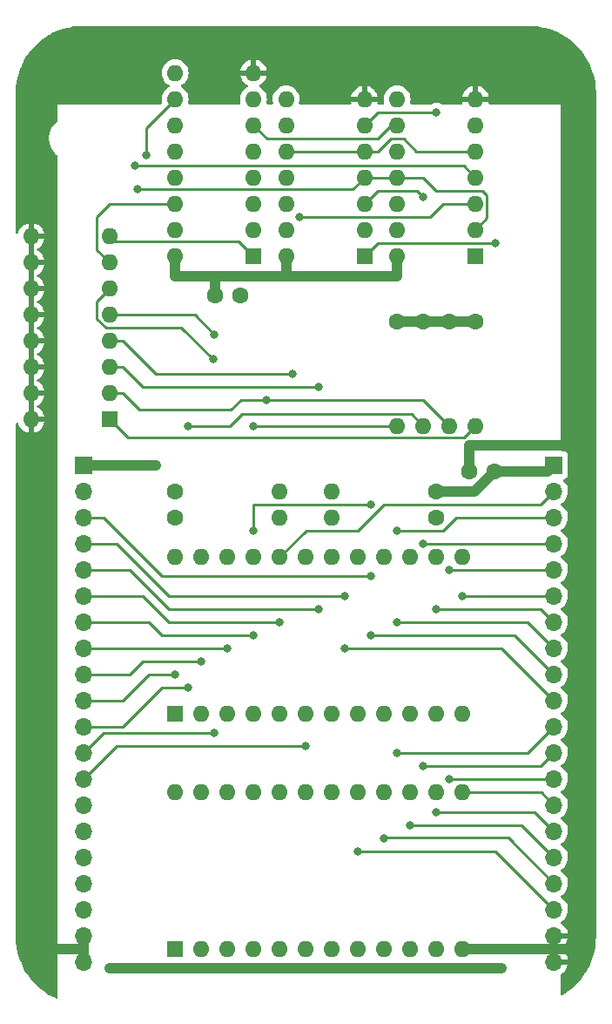
<source format=gtl>
G04 #@! TF.GenerationSoftware,KiCad,Pcbnew,(6.0.4)*
G04 #@! TF.CreationDate,2022-12-31T00:25:52-05:00*
G04 #@! TF.ProjectId,intellivision t-card replic,696e7465-6c6c-4697-9669-73696f6e2074,rev?*
G04 #@! TF.SameCoordinates,Original*
G04 #@! TF.FileFunction,Copper,L1,Top*
G04 #@! TF.FilePolarity,Positive*
%FSLAX46Y46*%
G04 Gerber Fmt 4.6, Leading zero omitted, Abs format (unit mm)*
G04 Created by KiCad (PCBNEW (6.0.4)) date 2022-12-31 00:25:52*
%MOMM*%
%LPD*%
G01*
G04 APERTURE LIST*
G04 #@! TA.AperFunction,ComponentPad*
%ADD10C,1.600000*%
G04 #@! TD*
G04 #@! TA.AperFunction,ComponentPad*
%ADD11O,1.600000X1.600000*%
G04 #@! TD*
G04 #@! TA.AperFunction,ComponentPad*
%ADD12R,1.600000X1.600000*%
G04 #@! TD*
G04 #@! TA.AperFunction,ComponentPad*
%ADD13R,1.700000X1.700000*%
G04 #@! TD*
G04 #@! TA.AperFunction,ComponentPad*
%ADD14O,1.700000X1.700000*%
G04 #@! TD*
G04 #@! TA.AperFunction,ViaPad*
%ADD15C,0.800000*%
G04 #@! TD*
G04 #@! TA.AperFunction,Conductor*
%ADD16C,1.000000*%
G04 #@! TD*
G04 #@! TA.AperFunction,Conductor*
%ADD17C,0.250000*%
G04 #@! TD*
G04 APERTURE END LIST*
D10*
X105405000Y-66082500D03*
D11*
X115565000Y-66082500D03*
D10*
X134615000Y-47032500D03*
D11*
X134615000Y-57192500D03*
D10*
X132075000Y-47032500D03*
D11*
X132075000Y-57192500D03*
D10*
X109240000Y-44450000D03*
X111740000Y-44450000D03*
D12*
X105405000Y-107992500D03*
D11*
X107945000Y-107992500D03*
X110485000Y-107992500D03*
X113025000Y-107992500D03*
X115565000Y-107992500D03*
X118105000Y-107992500D03*
X120645000Y-107992500D03*
X123185000Y-107992500D03*
X125725000Y-107992500D03*
X128265000Y-107992500D03*
X130805000Y-107992500D03*
X133345000Y-107992500D03*
X133345000Y-92752500D03*
X130805000Y-92752500D03*
X128265000Y-92752500D03*
X125725000Y-92752500D03*
X123185000Y-92752500D03*
X120645000Y-92752500D03*
X118105000Y-92752500D03*
X115565000Y-92752500D03*
X113025000Y-92752500D03*
X110485000Y-92752500D03*
X107945000Y-92752500D03*
X105405000Y-92752500D03*
D12*
X113015000Y-40640000D03*
D11*
X113015000Y-38100000D03*
X113015000Y-35560000D03*
X113015000Y-33020000D03*
X113015000Y-30480000D03*
X113015000Y-27940000D03*
X113015000Y-25400000D03*
X113015000Y-22860000D03*
X105395000Y-22860000D03*
X105395000Y-25400000D03*
X105395000Y-27940000D03*
X105395000Y-30480000D03*
X105395000Y-33020000D03*
X105395000Y-35560000D03*
X105395000Y-38100000D03*
X105395000Y-40640000D03*
D13*
X142240000Y-60960000D03*
D14*
X142240000Y-63500000D03*
X142240000Y-66040000D03*
X142240000Y-68580000D03*
X142240000Y-71120000D03*
X142240000Y-73660000D03*
X142240000Y-76200000D03*
X142240000Y-78740000D03*
X142240000Y-81280000D03*
X142240000Y-83820000D03*
X142240000Y-86360000D03*
X142240000Y-88900000D03*
X142240000Y-91440000D03*
X142240000Y-93980000D03*
X142240000Y-96520000D03*
X142240000Y-99060000D03*
X142240000Y-101600000D03*
X142240000Y-104140000D03*
X142240000Y-106680000D03*
X142240000Y-109220000D03*
D10*
X130805000Y-63542500D03*
D11*
X120645000Y-63542500D03*
D10*
X130805000Y-66082500D03*
D11*
X120645000Y-66082500D03*
D12*
X105410000Y-85132500D03*
D11*
X107950000Y-85132500D03*
X110490000Y-85132500D03*
X113030000Y-85132500D03*
X115570000Y-85132500D03*
X118110000Y-85132500D03*
X120650000Y-85132500D03*
X123190000Y-85132500D03*
X125730000Y-85132500D03*
X128270000Y-85132500D03*
X130810000Y-85132500D03*
X133350000Y-85132500D03*
X133350000Y-69892500D03*
X130810000Y-69892500D03*
X128270000Y-69892500D03*
X125730000Y-69892500D03*
X123190000Y-69892500D03*
X120650000Y-69892500D03*
X118110000Y-69892500D03*
X115570000Y-69892500D03*
X113030000Y-69892500D03*
X110490000Y-69892500D03*
X107950000Y-69892500D03*
X105410000Y-69892500D03*
D12*
X99017500Y-56525000D03*
D11*
X99017500Y-53985000D03*
X99017500Y-51445000D03*
X99017500Y-48905000D03*
X99017500Y-46365000D03*
X99017500Y-43825000D03*
X99017500Y-41285000D03*
X99017500Y-38745000D03*
X91397500Y-38745000D03*
X91397500Y-41285000D03*
X91397500Y-43825000D03*
X91397500Y-46365000D03*
X91397500Y-48905000D03*
X91397500Y-51445000D03*
X91397500Y-53985000D03*
X91397500Y-56525000D03*
D10*
X126995000Y-46990000D03*
D11*
X126995000Y-57150000D03*
D12*
X134605000Y-40645000D03*
D11*
X134605000Y-38105000D03*
X134605000Y-35565000D03*
X134605000Y-33025000D03*
X134605000Y-30485000D03*
X134605000Y-27945000D03*
X134605000Y-25405000D03*
X126985000Y-25405000D03*
X126985000Y-27945000D03*
X126985000Y-30485000D03*
X126985000Y-33025000D03*
X126985000Y-35565000D03*
X126985000Y-38105000D03*
X126985000Y-40645000D03*
D10*
X136485000Y-61595000D03*
X133985000Y-61595000D03*
D13*
X96520000Y-60960000D03*
D14*
X96520000Y-63500000D03*
X96520000Y-66040000D03*
X96520000Y-68580000D03*
X96520000Y-71120000D03*
X96520000Y-73660000D03*
X96520000Y-76200000D03*
X96520000Y-78740000D03*
X96520000Y-81280000D03*
X96520000Y-83820000D03*
X96520000Y-86360000D03*
X96520000Y-88900000D03*
X96520000Y-91440000D03*
X96520000Y-93980000D03*
X96520000Y-96520000D03*
X96520000Y-99060000D03*
X96520000Y-101600000D03*
X96520000Y-104140000D03*
X96520000Y-106680000D03*
X96520000Y-109220000D03*
D10*
X105405000Y-63542500D03*
D11*
X115565000Y-63542500D03*
D10*
X129535000Y-47032500D03*
D11*
X129535000Y-57192500D03*
D12*
X123800000Y-40645000D03*
D11*
X123800000Y-38105000D03*
X123800000Y-35565000D03*
X123800000Y-33025000D03*
X123800000Y-30485000D03*
X123800000Y-27945000D03*
X123800000Y-25405000D03*
X116180000Y-25405000D03*
X116180000Y-27945000D03*
X116180000Y-30485000D03*
X116180000Y-33025000D03*
X116180000Y-35565000D03*
X116180000Y-38105000D03*
X116180000Y-40645000D03*
D15*
X103505000Y-60960000D03*
X137160000Y-109855000D03*
X99060000Y-109855000D03*
X121920000Y-78740000D03*
X127000000Y-88900000D03*
X124460000Y-77470000D03*
X129540000Y-90170000D03*
X127000000Y-76200000D03*
X132080000Y-91440000D03*
X130810000Y-74930000D03*
X133350000Y-73660000D03*
X130805000Y-94657500D03*
X128265000Y-95927500D03*
X132080000Y-71120000D03*
X125725000Y-97197500D03*
X129540000Y-68580000D03*
X127000000Y-67310000D03*
X123185000Y-98467500D03*
X114300000Y-54610000D03*
X119380000Y-53340000D03*
X116840000Y-52070000D03*
X109220000Y-48260000D03*
X109069511Y-50697011D03*
X106680000Y-57150000D03*
X113030000Y-57150000D03*
X106680000Y-82550000D03*
X102596920Y-30841920D03*
X109220000Y-86995000D03*
X118110000Y-88265000D03*
X101740489Y-34149511D03*
X124460000Y-71755000D03*
X113030000Y-77470000D03*
X121920000Y-73660000D03*
X110490000Y-78740000D03*
X119380000Y-74930000D03*
X107950000Y-80010000D03*
X115570000Y-76200000D03*
X105410000Y-81280000D03*
X101454511Y-31895489D03*
X136525000Y-39370000D03*
X129540000Y-34925000D03*
X124455000Y-64775000D03*
X113030000Y-67310000D03*
X130810000Y-26670000D03*
X117475000Y-36830000D03*
D16*
X137160000Y-109855000D02*
X99060000Y-109855000D01*
X126985000Y-40645000D02*
X126985000Y-42577500D01*
X109187500Y-42577500D02*
X105415000Y-42577500D01*
X116180000Y-42547500D02*
X116210000Y-42577500D01*
X116210000Y-42577500D02*
X109187500Y-42577500D01*
X130805000Y-63542500D02*
X134537500Y-63542500D01*
X105395000Y-40640000D02*
X105395000Y-42557500D01*
X105395000Y-42557500D02*
X105415000Y-42577500D01*
X109187500Y-42577500D02*
X109240000Y-42630000D01*
X136485000Y-61595000D02*
X141605000Y-61595000D01*
X121270000Y-42577500D02*
X116210000Y-42577500D01*
X96520000Y-60960000D02*
X103505000Y-60960000D01*
X126995000Y-46990000D02*
X134615000Y-46990000D01*
X116180000Y-40645000D02*
X116180000Y-42547500D01*
X126985000Y-42577500D02*
X121270000Y-42577500D01*
X141605000Y-61595000D02*
X142240000Y-60960000D01*
X109240000Y-42630000D02*
X109240000Y-44450000D01*
X134537500Y-63542500D02*
X136485000Y-61595000D01*
X133345000Y-107992500D02*
X144737500Y-107992500D01*
X96520000Y-107950000D02*
X92075000Y-107950000D01*
X96520000Y-109220000D02*
X96520000Y-107950000D01*
X134022500Y-59055000D02*
X144780000Y-59055000D01*
X133980000Y-59097500D02*
X133978469Y-59099031D01*
X133980000Y-61637500D02*
X133980000Y-59097500D01*
X133978469Y-59099031D02*
X134022500Y-59055000D01*
X96520000Y-107950000D02*
X96520000Y-106680000D01*
D17*
X137160000Y-78740000D02*
X121920000Y-78740000D01*
X142240000Y-83820000D02*
X137160000Y-78740000D01*
X139700000Y-88900000D02*
X142240000Y-86360000D01*
X127000000Y-88900000D02*
X139700000Y-88900000D01*
X142240000Y-81280000D02*
X138430000Y-77470000D01*
X138430000Y-77470000D02*
X124460000Y-77470000D01*
X129540000Y-90170000D02*
X140970000Y-90170000D01*
X140970000Y-90170000D02*
X142240000Y-88900000D01*
X139700000Y-76200000D02*
X127000000Y-76200000D01*
X142240000Y-78740000D02*
X139700000Y-76200000D01*
X132080000Y-91440000D02*
X142240000Y-91440000D01*
X140970000Y-74930000D02*
X130810000Y-74930000D01*
X142240000Y-76200000D02*
X140970000Y-74930000D01*
X133345000Y-92752500D02*
X141012500Y-92752500D01*
X141012500Y-92752500D02*
X142240000Y-93980000D01*
X133350000Y-73660000D02*
X142240000Y-73660000D01*
X140377500Y-94657500D02*
X142240000Y-96520000D01*
X130805000Y-94657500D02*
X140377500Y-94657500D01*
X128265000Y-95927500D02*
X139107500Y-95927500D01*
X139107500Y-95927500D02*
X142240000Y-99060000D01*
X132080000Y-71120000D02*
X142240000Y-71120000D01*
X125767500Y-97155000D02*
X137795000Y-97155000D01*
X137795000Y-97155000D02*
X142240000Y-101600000D01*
X125725000Y-97197500D02*
X125767500Y-97155000D01*
X129540000Y-68580000D02*
X142240000Y-68580000D01*
X131445000Y-67310000D02*
X127000000Y-67310000D01*
X142240000Y-66040000D02*
X132715000Y-66040000D01*
X132715000Y-66040000D02*
X131445000Y-67310000D01*
X136567500Y-98467500D02*
X142240000Y-104140000D01*
X123185000Y-98467500D02*
X136567500Y-98467500D01*
X99017500Y-56525000D02*
X100767011Y-58274511D01*
X128457989Y-58317011D02*
X133490489Y-58317011D01*
X133490489Y-58317011D02*
X134615000Y-57192500D01*
X100767011Y-58274511D02*
X128415489Y-58274511D01*
X128415489Y-58274511D02*
X128457989Y-58317011D01*
X99017500Y-53985000D02*
X100340000Y-53985000D01*
X100340000Y-53985000D02*
X101930969Y-55575969D01*
X110820969Y-55575969D02*
X111786938Y-54610000D01*
X129492500Y-54610000D02*
X132075000Y-57192500D01*
X111786938Y-54610000D02*
X114300000Y-54610000D01*
X101930969Y-55575969D02*
X110820969Y-55575969D01*
X114300000Y-54610000D02*
X129492500Y-54610000D01*
X102235000Y-53340000D02*
X119380000Y-53340000D01*
X100340000Y-51445000D02*
X102235000Y-53340000D01*
X99017500Y-51445000D02*
X100340000Y-51445000D01*
X100340000Y-48905000D02*
X103505000Y-52070000D01*
X125127500Y-30485000D02*
X123800000Y-30485000D01*
X128862500Y-30485000D02*
X127630000Y-29252500D01*
X103505000Y-52070000D02*
X116840000Y-52070000D01*
X116180000Y-30485000D02*
X123800000Y-30485000D01*
X127630000Y-29252500D02*
X126360000Y-29252500D01*
X126360000Y-29252500D02*
X125127500Y-30485000D01*
X134605000Y-30485000D02*
X128862500Y-30485000D01*
X99017500Y-48905000D02*
X100340000Y-48905000D01*
X99017500Y-46365000D02*
X107325000Y-46365000D01*
X107325000Y-46365000D02*
X109220000Y-48260000D01*
X99017500Y-43825000D02*
X97790000Y-45052500D01*
X97790000Y-45052500D02*
X97790000Y-46727800D01*
X98687200Y-47625000D02*
X105997500Y-47625000D01*
X105997500Y-47625000D02*
X109069511Y-50697011D01*
X97790000Y-46727800D02*
X98687200Y-47625000D01*
X99060000Y-35560000D02*
X97790000Y-36830000D01*
X110733478Y-57150000D02*
X111857989Y-56025489D01*
X106680000Y-57150000D02*
X110733478Y-57150000D01*
X97790000Y-40057500D02*
X99017500Y-41285000D01*
X129535000Y-57192500D02*
X128367989Y-56025489D01*
X105395000Y-35560000D02*
X99060000Y-35560000D01*
X128367989Y-56025489D02*
X111857989Y-56025489D01*
X97790000Y-36830000D02*
X97790000Y-40057500D01*
X111599511Y-39224511D02*
X113015000Y-40640000D01*
X99017500Y-38745000D02*
X99497011Y-39224511D01*
X113030000Y-57150000D02*
X126995000Y-57150000D01*
X99497011Y-39224511D02*
X111599511Y-39224511D01*
X96520000Y-86360000D02*
X100330000Y-86360000D01*
X104140000Y-82550000D02*
X106680000Y-82550000D01*
X100330000Y-86360000D02*
X104140000Y-82550000D01*
X102596920Y-28198080D02*
X105395000Y-25400000D01*
X102596920Y-30841920D02*
X102596920Y-28198080D01*
X98425000Y-86995000D02*
X96520000Y-88900000D01*
X109220000Y-86995000D02*
X98425000Y-86995000D01*
X96520000Y-91440000D02*
X99695000Y-88265000D01*
X99695000Y-88265000D02*
X118110000Y-88265000D01*
X123800000Y-33025000D02*
X126985000Y-33025000D01*
X135255000Y-34290000D02*
X130790000Y-34290000D01*
X130790000Y-34290000D02*
X129525000Y-33025000D01*
X134605000Y-38105000D02*
X135729511Y-36980489D01*
X123800000Y-33025000D02*
X122675489Y-34149511D01*
X129525000Y-33025000D02*
X126985000Y-33025000D01*
X135729511Y-34764511D02*
X135255000Y-34290000D01*
X135729511Y-36980489D02*
X135729511Y-34764511D01*
X122675489Y-34149511D02*
X101740489Y-34149511D01*
X96520000Y-66040000D02*
X98425000Y-66040000D01*
X104140000Y-71755000D02*
X124460000Y-71755000D01*
X98425000Y-66040000D02*
X104140000Y-71755000D01*
X104140000Y-77470000D02*
X102870000Y-76200000D01*
X102870000Y-76200000D02*
X96520000Y-76200000D01*
X113030000Y-77470000D02*
X104140000Y-77470000D01*
X99695000Y-68580000D02*
X96520000Y-68580000D01*
X104775000Y-73660000D02*
X99695000Y-68580000D01*
X121920000Y-73660000D02*
X104775000Y-73660000D01*
X110490000Y-78740000D02*
X96520000Y-78740000D01*
X100965000Y-71120000D02*
X104775000Y-74930000D01*
X104775000Y-74930000D02*
X119380000Y-74930000D01*
X96520000Y-71120000D02*
X100965000Y-71120000D01*
X107950000Y-80010000D02*
X102235000Y-80010000D01*
X102235000Y-80010000D02*
X100965000Y-81280000D01*
X100965000Y-81280000D02*
X96520000Y-81280000D01*
X104775000Y-76200000D02*
X115570000Y-76200000D01*
X96520000Y-73660000D02*
X102235000Y-73660000D01*
X102235000Y-73660000D02*
X104775000Y-76200000D01*
X102870000Y-81280000D02*
X100330000Y-83820000D01*
X100330000Y-83820000D02*
X96520000Y-83820000D01*
X105410000Y-81280000D02*
X102870000Y-81280000D01*
X134605000Y-33025000D02*
X133475489Y-31895489D01*
X133475489Y-31895489D02*
X101454511Y-31895489D01*
X123190000Y-67310000D02*
X125730000Y-64770000D01*
X118152500Y-67310000D02*
X123190000Y-67310000D01*
X125730000Y-64770000D02*
X140970000Y-64770000D01*
X140970000Y-64770000D02*
X142240000Y-63500000D01*
X115570000Y-69892500D02*
X118152500Y-67310000D01*
X125075000Y-39370000D02*
X136525000Y-39370000D01*
X123800000Y-40645000D02*
X125075000Y-39370000D01*
X113030000Y-64770000D02*
X113030000Y-67310000D01*
X123800000Y-35565000D02*
X125075000Y-34290000D01*
X124450000Y-64770000D02*
X113030000Y-64770000D01*
X125075000Y-34290000D02*
X128905000Y-34290000D01*
X124455000Y-64775000D02*
X124450000Y-64770000D01*
X128905000Y-34290000D02*
X129540000Y-34925000D01*
X130810000Y-26670000D02*
X125075000Y-26670000D01*
X125075000Y-26670000D02*
X123800000Y-27945000D01*
X126947500Y-27982500D02*
X126360000Y-27982500D01*
X125090000Y-29252500D02*
X114327500Y-29252500D01*
X114327500Y-29252500D02*
X113015000Y-27940000D01*
X126360000Y-27982500D02*
X125090000Y-29252500D01*
X126985000Y-27945000D02*
X126947500Y-27982500D01*
X130175000Y-36830000D02*
X117475000Y-36830000D01*
X131440000Y-35565000D02*
X130175000Y-36830000D01*
X134605000Y-35565000D02*
X131440000Y-35565000D01*
G04 #@! TA.AperFunction,Conductor*
G36*
X93980000Y-27459922D02*
G01*
X93959998Y-27528043D01*
X93926451Y-27563009D01*
X93919977Y-27567559D01*
X93709378Y-27763260D01*
X93527287Y-27985732D01*
X93377073Y-28230858D01*
X93261517Y-28494102D01*
X93182756Y-28770594D01*
X93142249Y-29055216D01*
X93140743Y-29342703D01*
X93178268Y-29627734D01*
X93254129Y-29905036D01*
X93366923Y-30169476D01*
X93514561Y-30416161D01*
X93694313Y-30640528D01*
X93902851Y-30838423D01*
X93906325Y-30840919D01*
X93906333Y-30840926D01*
X93927527Y-30856155D01*
X93971174Y-30912150D01*
X93980000Y-30958477D01*
X93980000Y-112642831D01*
X93959998Y-112710952D01*
X93906342Y-112757445D01*
X93836068Y-112767549D01*
X93803614Y-112758318D01*
X93573411Y-112657883D01*
X93564921Y-112653795D01*
X93145041Y-112431882D01*
X93136888Y-112427175D01*
X92734748Y-112174495D01*
X92727002Y-112169213D01*
X92344887Y-111887199D01*
X92337532Y-111881334D01*
X91977554Y-111571548D01*
X91970647Y-111565139D01*
X91634861Y-111229353D01*
X91628452Y-111222446D01*
X91318666Y-110862468D01*
X91312801Y-110855113D01*
X91030787Y-110472998D01*
X91025505Y-110465252D01*
X90772825Y-110063112D01*
X90768118Y-110054959D01*
X90546205Y-109635079D01*
X90542117Y-109626589D01*
X90352211Y-109191315D01*
X90348769Y-109182544D01*
X90191925Y-108734305D01*
X90189147Y-108725301D01*
X90173174Y-108665687D01*
X90066227Y-108266551D01*
X90064137Y-108257391D01*
X89975850Y-107790770D01*
X89974446Y-107781461D01*
X89921276Y-107309536D01*
X89920572Y-107300140D01*
X89904289Y-106864918D01*
X89905702Y-106840817D01*
X89906451Y-106836009D01*
X89906451Y-106836007D01*
X89907832Y-106827138D01*
X89906668Y-106818235D01*
X89906668Y-106818230D01*
X89903705Y-106795568D01*
X89902641Y-106779232D01*
X89902641Y-56956900D01*
X89922643Y-56888779D01*
X89976299Y-56842286D01*
X90046573Y-56832182D01*
X90111153Y-56861676D01*
X90150348Y-56924289D01*
X90162264Y-56968761D01*
X90166010Y-56979053D01*
X90258086Y-57176511D01*
X90263569Y-57186007D01*
X90388528Y-57364467D01*
X90395584Y-57372875D01*
X90549625Y-57526916D01*
X90558033Y-57533972D01*
X90736493Y-57658931D01*
X90745989Y-57664414D01*
X90943447Y-57756490D01*
X90953739Y-57760236D01*
X91126003Y-57806394D01*
X91140099Y-57806058D01*
X91143500Y-57798116D01*
X91143500Y-57792967D01*
X91651500Y-57792967D01*
X91655473Y-57806498D01*
X91664022Y-57807727D01*
X91841261Y-57760236D01*
X91851553Y-57756490D01*
X92049011Y-57664414D01*
X92058507Y-57658931D01*
X92236967Y-57533972D01*
X92245375Y-57526916D01*
X92399416Y-57372875D01*
X92406472Y-57364467D01*
X92531431Y-57186007D01*
X92536914Y-57176511D01*
X92628990Y-56979053D01*
X92632736Y-56968761D01*
X92678894Y-56796497D01*
X92678558Y-56782401D01*
X92670616Y-56779000D01*
X91669615Y-56779000D01*
X91654376Y-56783475D01*
X91653171Y-56784865D01*
X91651500Y-56792548D01*
X91651500Y-57792967D01*
X91143500Y-57792967D01*
X91143500Y-56252885D01*
X91651500Y-56252885D01*
X91655975Y-56268124D01*
X91657365Y-56269329D01*
X91665048Y-56271000D01*
X92665467Y-56271000D01*
X92678998Y-56267027D01*
X92680227Y-56258478D01*
X92632736Y-56081239D01*
X92628990Y-56070947D01*
X92536914Y-55873489D01*
X92531431Y-55863993D01*
X92406472Y-55685533D01*
X92399416Y-55677125D01*
X92245375Y-55523084D01*
X92236967Y-55516028D01*
X92058507Y-55391069D01*
X92049011Y-55385586D01*
X92013859Y-55369195D01*
X91960574Y-55322278D01*
X91941113Y-55254001D01*
X91961655Y-55186041D01*
X92013859Y-55140805D01*
X92049011Y-55124414D01*
X92058507Y-55118931D01*
X92236967Y-54993972D01*
X92245375Y-54986916D01*
X92399416Y-54832875D01*
X92406472Y-54824467D01*
X92531431Y-54646007D01*
X92536914Y-54636511D01*
X92628990Y-54439053D01*
X92632736Y-54428761D01*
X92678894Y-54256497D01*
X92678558Y-54242401D01*
X92670616Y-54239000D01*
X91669615Y-54239000D01*
X91654376Y-54243475D01*
X91653171Y-54244865D01*
X91651500Y-54252548D01*
X91651500Y-56252885D01*
X91143500Y-56252885D01*
X91143500Y-53712885D01*
X91651500Y-53712885D01*
X91655975Y-53728124D01*
X91657365Y-53729329D01*
X91665048Y-53731000D01*
X92665467Y-53731000D01*
X92678998Y-53727027D01*
X92680227Y-53718478D01*
X92632736Y-53541239D01*
X92628990Y-53530947D01*
X92536914Y-53333489D01*
X92531431Y-53323993D01*
X92406472Y-53145533D01*
X92399416Y-53137125D01*
X92245375Y-52983084D01*
X92236967Y-52976028D01*
X92058507Y-52851069D01*
X92049011Y-52845586D01*
X92013859Y-52829195D01*
X91960574Y-52782278D01*
X91941113Y-52714001D01*
X91961655Y-52646041D01*
X92013859Y-52600805D01*
X92049011Y-52584414D01*
X92058507Y-52578931D01*
X92236967Y-52453972D01*
X92245375Y-52446916D01*
X92399416Y-52292875D01*
X92406472Y-52284467D01*
X92531431Y-52106007D01*
X92536914Y-52096511D01*
X92628990Y-51899053D01*
X92632736Y-51888761D01*
X92678894Y-51716497D01*
X92678558Y-51702401D01*
X92670616Y-51699000D01*
X91669615Y-51699000D01*
X91654376Y-51703475D01*
X91653171Y-51704865D01*
X91651500Y-51712548D01*
X91651500Y-53712885D01*
X91143500Y-53712885D01*
X91143500Y-51172885D01*
X91651500Y-51172885D01*
X91655975Y-51188124D01*
X91657365Y-51189329D01*
X91665048Y-51191000D01*
X92665467Y-51191000D01*
X92678998Y-51187027D01*
X92680227Y-51178478D01*
X92632736Y-51001239D01*
X92628990Y-50990947D01*
X92536914Y-50793489D01*
X92531431Y-50783993D01*
X92406472Y-50605533D01*
X92399416Y-50597125D01*
X92245375Y-50443084D01*
X92236967Y-50436028D01*
X92058507Y-50311069D01*
X92049011Y-50305586D01*
X92013859Y-50289195D01*
X91960574Y-50242278D01*
X91941113Y-50174001D01*
X91961655Y-50106041D01*
X92013859Y-50060805D01*
X92049011Y-50044414D01*
X92058507Y-50038931D01*
X92236967Y-49913972D01*
X92245375Y-49906916D01*
X92399416Y-49752875D01*
X92406472Y-49744467D01*
X92531431Y-49566007D01*
X92536914Y-49556511D01*
X92628990Y-49359053D01*
X92632736Y-49348761D01*
X92678894Y-49176497D01*
X92678558Y-49162401D01*
X92670616Y-49159000D01*
X91669615Y-49159000D01*
X91654376Y-49163475D01*
X91653171Y-49164865D01*
X91651500Y-49172548D01*
X91651500Y-51172885D01*
X91143500Y-51172885D01*
X91143500Y-48632885D01*
X91651500Y-48632885D01*
X91655975Y-48648124D01*
X91657365Y-48649329D01*
X91665048Y-48651000D01*
X92665467Y-48651000D01*
X92678998Y-48647027D01*
X92680227Y-48638478D01*
X92632736Y-48461239D01*
X92628990Y-48450947D01*
X92536914Y-48253489D01*
X92531431Y-48243993D01*
X92406472Y-48065533D01*
X92399416Y-48057125D01*
X92245375Y-47903084D01*
X92236967Y-47896028D01*
X92058507Y-47771069D01*
X92049011Y-47765586D01*
X92013859Y-47749195D01*
X91960574Y-47702278D01*
X91941113Y-47634001D01*
X91961655Y-47566041D01*
X92013859Y-47520805D01*
X92049011Y-47504414D01*
X92058507Y-47498931D01*
X92236967Y-47373972D01*
X92245375Y-47366916D01*
X92399416Y-47212875D01*
X92406472Y-47204467D01*
X92531431Y-47026007D01*
X92536914Y-47016511D01*
X92628990Y-46819053D01*
X92632736Y-46808761D01*
X92678894Y-46636497D01*
X92678558Y-46622401D01*
X92670616Y-46619000D01*
X91669615Y-46619000D01*
X91654376Y-46623475D01*
X91653171Y-46624865D01*
X91651500Y-46632548D01*
X91651500Y-48632885D01*
X91143500Y-48632885D01*
X91143500Y-46092885D01*
X91651500Y-46092885D01*
X91655975Y-46108124D01*
X91657365Y-46109329D01*
X91665048Y-46111000D01*
X92665467Y-46111000D01*
X92678998Y-46107027D01*
X92680227Y-46098478D01*
X92632736Y-45921239D01*
X92628990Y-45910947D01*
X92536914Y-45713489D01*
X92531431Y-45703993D01*
X92406472Y-45525533D01*
X92399416Y-45517125D01*
X92245375Y-45363084D01*
X92236967Y-45356028D01*
X92058507Y-45231069D01*
X92049011Y-45225586D01*
X92013859Y-45209195D01*
X91960574Y-45162278D01*
X91941113Y-45094001D01*
X91961655Y-45026041D01*
X92013859Y-44980805D01*
X92049011Y-44964414D01*
X92058507Y-44958931D01*
X92236967Y-44833972D01*
X92245375Y-44826916D01*
X92399416Y-44672875D01*
X92406472Y-44664467D01*
X92531431Y-44486007D01*
X92536914Y-44476511D01*
X92628990Y-44279053D01*
X92632736Y-44268761D01*
X92678894Y-44096497D01*
X92678558Y-44082401D01*
X92670616Y-44079000D01*
X91669615Y-44079000D01*
X91654376Y-44083475D01*
X91653171Y-44084865D01*
X91651500Y-44092548D01*
X91651500Y-46092885D01*
X91143500Y-46092885D01*
X91143500Y-43552885D01*
X91651500Y-43552885D01*
X91655975Y-43568124D01*
X91657365Y-43569329D01*
X91665048Y-43571000D01*
X92665467Y-43571000D01*
X92678998Y-43567027D01*
X92680227Y-43558478D01*
X92632736Y-43381239D01*
X92628990Y-43370947D01*
X92536914Y-43173489D01*
X92531431Y-43163993D01*
X92406472Y-42985533D01*
X92399416Y-42977125D01*
X92245375Y-42823084D01*
X92236967Y-42816028D01*
X92058507Y-42691069D01*
X92049011Y-42685586D01*
X92013859Y-42669195D01*
X91960574Y-42622278D01*
X91941113Y-42554001D01*
X91961655Y-42486041D01*
X92013859Y-42440805D01*
X92049011Y-42424414D01*
X92058507Y-42418931D01*
X92236967Y-42293972D01*
X92245375Y-42286916D01*
X92399416Y-42132875D01*
X92406472Y-42124467D01*
X92531431Y-41946007D01*
X92536914Y-41936511D01*
X92628990Y-41739053D01*
X92632736Y-41728761D01*
X92678894Y-41556497D01*
X92678558Y-41542401D01*
X92670616Y-41539000D01*
X91669615Y-41539000D01*
X91654376Y-41543475D01*
X91653171Y-41544865D01*
X91651500Y-41552548D01*
X91651500Y-43552885D01*
X91143500Y-43552885D01*
X91143500Y-41012885D01*
X91651500Y-41012885D01*
X91655975Y-41028124D01*
X91657365Y-41029329D01*
X91665048Y-41031000D01*
X92665467Y-41031000D01*
X92678998Y-41027027D01*
X92680227Y-41018478D01*
X92632736Y-40841239D01*
X92628990Y-40830947D01*
X92536914Y-40633489D01*
X92531431Y-40623993D01*
X92406472Y-40445533D01*
X92399416Y-40437125D01*
X92245375Y-40283084D01*
X92236967Y-40276028D01*
X92058507Y-40151069D01*
X92049011Y-40145586D01*
X92013859Y-40129195D01*
X91960574Y-40082278D01*
X91941113Y-40014001D01*
X91961655Y-39946041D01*
X92013859Y-39900805D01*
X92049011Y-39884414D01*
X92058507Y-39878931D01*
X92236967Y-39753972D01*
X92245375Y-39746916D01*
X92399416Y-39592875D01*
X92406472Y-39584467D01*
X92531431Y-39406007D01*
X92536914Y-39396511D01*
X92628990Y-39199053D01*
X92632736Y-39188761D01*
X92678894Y-39016497D01*
X92678558Y-39002401D01*
X92670616Y-38999000D01*
X91669615Y-38999000D01*
X91654376Y-39003475D01*
X91653171Y-39004865D01*
X91651500Y-39012548D01*
X91651500Y-41012885D01*
X91143500Y-41012885D01*
X91143500Y-38472885D01*
X91651500Y-38472885D01*
X91655975Y-38488124D01*
X91657365Y-38489329D01*
X91665048Y-38491000D01*
X92665467Y-38491000D01*
X92678998Y-38487027D01*
X92680227Y-38478478D01*
X92632736Y-38301239D01*
X92628990Y-38290947D01*
X92536914Y-38093489D01*
X92531431Y-38083993D01*
X92406472Y-37905533D01*
X92399416Y-37897125D01*
X92245375Y-37743084D01*
X92236967Y-37736028D01*
X92058507Y-37611069D01*
X92049011Y-37605586D01*
X91851553Y-37513510D01*
X91841261Y-37509764D01*
X91668997Y-37463606D01*
X91654901Y-37463942D01*
X91651500Y-37471884D01*
X91651500Y-38472885D01*
X91143500Y-38472885D01*
X91143500Y-37477033D01*
X91139527Y-37463502D01*
X91130978Y-37462273D01*
X90953739Y-37509764D01*
X90943447Y-37513510D01*
X90745989Y-37605586D01*
X90736493Y-37611069D01*
X90558033Y-37736028D01*
X90549625Y-37743084D01*
X90395584Y-37897125D01*
X90388528Y-37905533D01*
X90263569Y-38083993D01*
X90258086Y-38093489D01*
X90166010Y-38290947D01*
X90162264Y-38301239D01*
X90150348Y-38345711D01*
X90113396Y-38406334D01*
X90049536Y-38437355D01*
X89979041Y-38428927D01*
X89924294Y-38383724D01*
X89902641Y-38313100D01*
X89902641Y-24818250D01*
X89904387Y-24797345D01*
X89906911Y-24782344D01*
X89906911Y-24782341D01*
X89907717Y-24777552D01*
X89907870Y-24765000D01*
X89905333Y-24747284D01*
X89904148Y-24724712D01*
X89920575Y-24285724D01*
X89921279Y-24276329D01*
X89974451Y-23804408D01*
X89975856Y-23795090D01*
X90064143Y-23328488D01*
X90066239Y-23319302D01*
X90189156Y-22860569D01*
X90191934Y-22851565D01*
X90348778Y-22403334D01*
X90352220Y-22394562D01*
X90542136Y-21959271D01*
X90546225Y-21950782D01*
X90768124Y-21530930D01*
X90772835Y-21522770D01*
X91025496Y-21120665D01*
X91030804Y-21112880D01*
X91312816Y-20730768D01*
X91318669Y-20723427D01*
X91628464Y-20363441D01*
X91634861Y-20356547D01*
X91970668Y-20020742D01*
X91977575Y-20014333D01*
X92337537Y-19704563D01*
X92344904Y-19698689D01*
X92727013Y-19416681D01*
X92734798Y-19411373D01*
X93136897Y-19158719D01*
X93145058Y-19154007D01*
X93564926Y-18932103D01*
X93573415Y-18928015D01*
X93729079Y-18860100D01*
X93980000Y-18750626D01*
X93980000Y-27459922D01*
G37*
G04 #@! TD.AperFunction*
G04 #@! TA.AperFunction,Conductor*
G36*
X139810880Y-18290000D02*
G01*
X139825713Y-18292310D01*
X139825717Y-18292310D01*
X139834586Y-18293691D01*
X139856365Y-18290843D01*
X139877409Y-18289867D01*
X140088009Y-18297746D01*
X140320141Y-18306431D01*
X140329537Y-18307135D01*
X140801450Y-18360304D01*
X140810767Y-18361708D01*
X141277394Y-18449996D01*
X141286581Y-18452093D01*
X141745306Y-18575006D01*
X141754310Y-18577784D01*
X142202551Y-18734628D01*
X142211322Y-18738070D01*
X142646597Y-18927975D01*
X142655087Y-18932063D01*
X142875000Y-19048290D01*
X142875000Y-25908000D01*
X135988569Y-25908000D01*
X135920448Y-25887998D01*
X135873955Y-25834342D01*
X135863851Y-25764068D01*
X135866862Y-25749388D01*
X135886394Y-25676496D01*
X135886058Y-25662401D01*
X135878116Y-25659000D01*
X133337033Y-25659000D01*
X133323502Y-25662973D01*
X133322273Y-25671521D01*
X133343138Y-25749388D01*
X133341448Y-25820365D01*
X133301654Y-25879161D01*
X133236390Y-25907109D01*
X133221431Y-25908000D01*
X131347770Y-25908000D01*
X131279649Y-25887998D01*
X131273707Y-25883935D01*
X131272091Y-25882761D01*
X131266752Y-25878882D01*
X131200182Y-25849243D01*
X131098319Y-25803891D01*
X131098318Y-25803891D01*
X131092288Y-25801206D01*
X130998888Y-25781353D01*
X130911944Y-25762872D01*
X130911939Y-25762872D01*
X130905487Y-25761500D01*
X130714513Y-25761500D01*
X130708061Y-25762872D01*
X130708056Y-25762872D01*
X130621112Y-25781353D01*
X130527712Y-25801206D01*
X130521682Y-25803891D01*
X130521681Y-25803891D01*
X130419819Y-25849243D01*
X130353248Y-25878882D01*
X130347909Y-25882761D01*
X130346293Y-25883935D01*
X130345199Y-25884325D01*
X130342186Y-25886065D01*
X130341868Y-25885514D01*
X130279425Y-25907794D01*
X130272230Y-25908000D01*
X128369087Y-25908000D01*
X128300966Y-25887998D01*
X128254473Y-25834342D01*
X128244369Y-25764068D01*
X128247380Y-25749389D01*
X128277119Y-25638402D01*
X128277119Y-25638400D01*
X128278543Y-25633087D01*
X128298498Y-25405000D01*
X128278543Y-25176913D01*
X128270829Y-25148124D01*
X128266911Y-25133503D01*
X133323606Y-25133503D01*
X133323942Y-25147599D01*
X133331884Y-25151000D01*
X134332885Y-25151000D01*
X134348124Y-25146525D01*
X134349329Y-25145135D01*
X134351000Y-25137452D01*
X134351000Y-25132885D01*
X134859000Y-25132885D01*
X134863475Y-25148124D01*
X134864865Y-25149329D01*
X134872548Y-25151000D01*
X135872967Y-25151000D01*
X135886498Y-25147027D01*
X135887727Y-25138478D01*
X135840236Y-24961239D01*
X135836490Y-24950947D01*
X135744414Y-24753489D01*
X135738931Y-24743993D01*
X135613972Y-24565533D01*
X135606916Y-24557125D01*
X135452875Y-24403084D01*
X135444467Y-24396028D01*
X135266007Y-24271069D01*
X135256511Y-24265586D01*
X135059053Y-24173510D01*
X135048761Y-24169764D01*
X134876497Y-24123606D01*
X134862401Y-24123942D01*
X134859000Y-24131884D01*
X134859000Y-25132885D01*
X134351000Y-25132885D01*
X134351000Y-24137033D01*
X134347027Y-24123502D01*
X134338478Y-24122273D01*
X134161239Y-24169764D01*
X134150947Y-24173510D01*
X133953489Y-24265586D01*
X133943993Y-24271069D01*
X133765533Y-24396028D01*
X133757125Y-24403084D01*
X133603084Y-24557125D01*
X133596028Y-24565533D01*
X133471069Y-24743993D01*
X133465586Y-24753489D01*
X133373510Y-24950947D01*
X133369764Y-24961239D01*
X133323606Y-25133503D01*
X128266911Y-25133503D01*
X128220707Y-24961067D01*
X128220706Y-24961065D01*
X128219284Y-24955757D01*
X128216961Y-24950775D01*
X128124849Y-24753238D01*
X128124846Y-24753233D01*
X128122523Y-24748251D01*
X127991198Y-24560700D01*
X127829300Y-24398802D01*
X127824792Y-24395645D01*
X127824789Y-24395643D01*
X127746611Y-24340902D01*
X127641749Y-24267477D01*
X127636767Y-24265154D01*
X127636762Y-24265151D01*
X127439225Y-24173039D01*
X127439224Y-24173039D01*
X127434243Y-24170716D01*
X127428935Y-24169294D01*
X127428933Y-24169293D01*
X127218402Y-24112881D01*
X127218400Y-24112881D01*
X127213087Y-24111457D01*
X126985000Y-24091502D01*
X126756913Y-24111457D01*
X126751600Y-24112881D01*
X126751598Y-24112881D01*
X126541067Y-24169293D01*
X126541065Y-24169294D01*
X126535757Y-24170716D01*
X126530776Y-24173039D01*
X126530775Y-24173039D01*
X126333238Y-24265151D01*
X126333233Y-24265154D01*
X126328251Y-24267477D01*
X126223389Y-24340902D01*
X126145211Y-24395643D01*
X126145208Y-24395645D01*
X126140700Y-24398802D01*
X125978802Y-24560700D01*
X125847477Y-24748251D01*
X125845154Y-24753233D01*
X125845151Y-24753238D01*
X125753039Y-24950775D01*
X125750716Y-24955757D01*
X125749294Y-24961065D01*
X125749293Y-24961067D01*
X125699171Y-25148124D01*
X125691457Y-25176913D01*
X125671502Y-25405000D01*
X125691457Y-25633087D01*
X125692881Y-25638400D01*
X125692881Y-25638402D01*
X125722620Y-25749389D01*
X125720930Y-25820365D01*
X125681136Y-25879161D01*
X125615872Y-25907109D01*
X125600913Y-25908000D01*
X125183569Y-25908000D01*
X125115448Y-25887998D01*
X125068955Y-25834342D01*
X125058851Y-25764068D01*
X125061862Y-25749388D01*
X125081394Y-25676496D01*
X125081058Y-25662401D01*
X125073116Y-25659000D01*
X122532033Y-25659000D01*
X122518502Y-25662973D01*
X122517273Y-25671521D01*
X122538138Y-25749388D01*
X122536448Y-25820365D01*
X122496654Y-25879161D01*
X122431390Y-25907109D01*
X122416431Y-25908000D01*
X117564087Y-25908000D01*
X117495966Y-25887998D01*
X117449473Y-25834342D01*
X117439369Y-25764068D01*
X117442380Y-25749389D01*
X117472119Y-25638402D01*
X117472119Y-25638400D01*
X117473543Y-25633087D01*
X117493498Y-25405000D01*
X117473543Y-25176913D01*
X117465829Y-25148124D01*
X117461911Y-25133503D01*
X122518606Y-25133503D01*
X122518942Y-25147599D01*
X122526884Y-25151000D01*
X123527885Y-25151000D01*
X123543124Y-25146525D01*
X123544329Y-25145135D01*
X123546000Y-25137452D01*
X123546000Y-25132885D01*
X124054000Y-25132885D01*
X124058475Y-25148124D01*
X124059865Y-25149329D01*
X124067548Y-25151000D01*
X125067967Y-25151000D01*
X125081498Y-25147027D01*
X125082727Y-25138478D01*
X125035236Y-24961239D01*
X125031490Y-24950947D01*
X124939414Y-24753489D01*
X124933931Y-24743993D01*
X124808972Y-24565533D01*
X124801916Y-24557125D01*
X124647875Y-24403084D01*
X124639467Y-24396028D01*
X124461007Y-24271069D01*
X124451511Y-24265586D01*
X124254053Y-24173510D01*
X124243761Y-24169764D01*
X124071497Y-24123606D01*
X124057401Y-24123942D01*
X124054000Y-24131884D01*
X124054000Y-25132885D01*
X123546000Y-25132885D01*
X123546000Y-24137033D01*
X123542027Y-24123502D01*
X123533478Y-24122273D01*
X123356239Y-24169764D01*
X123345947Y-24173510D01*
X123148489Y-24265586D01*
X123138993Y-24271069D01*
X122960533Y-24396028D01*
X122952125Y-24403084D01*
X122798084Y-24557125D01*
X122791028Y-24565533D01*
X122666069Y-24743993D01*
X122660586Y-24753489D01*
X122568510Y-24950947D01*
X122564764Y-24961239D01*
X122518606Y-25133503D01*
X117461911Y-25133503D01*
X117415707Y-24961067D01*
X117415706Y-24961065D01*
X117414284Y-24955757D01*
X117411961Y-24950775D01*
X117319849Y-24753238D01*
X117319846Y-24753233D01*
X117317523Y-24748251D01*
X117186198Y-24560700D01*
X117024300Y-24398802D01*
X117019792Y-24395645D01*
X117019789Y-24395643D01*
X116941611Y-24340902D01*
X116836749Y-24267477D01*
X116831767Y-24265154D01*
X116831762Y-24265151D01*
X116634225Y-24173039D01*
X116634224Y-24173039D01*
X116629243Y-24170716D01*
X116623935Y-24169294D01*
X116623933Y-24169293D01*
X116413402Y-24112881D01*
X116413400Y-24112881D01*
X116408087Y-24111457D01*
X116180000Y-24091502D01*
X115951913Y-24111457D01*
X115946600Y-24112881D01*
X115946598Y-24112881D01*
X115736067Y-24169293D01*
X115736065Y-24169294D01*
X115730757Y-24170716D01*
X115725776Y-24173039D01*
X115725775Y-24173039D01*
X115528238Y-24265151D01*
X115528233Y-24265154D01*
X115523251Y-24267477D01*
X115418389Y-24340902D01*
X115340211Y-24395643D01*
X115340208Y-24395645D01*
X115335700Y-24398802D01*
X115173802Y-24560700D01*
X115042477Y-24748251D01*
X115040154Y-24753233D01*
X115040151Y-24753238D01*
X114948039Y-24950775D01*
X114945716Y-24955757D01*
X114944294Y-24961065D01*
X114944293Y-24961067D01*
X114894171Y-25148124D01*
X114886457Y-25176913D01*
X114866502Y-25405000D01*
X114886457Y-25633087D01*
X114887881Y-25638400D01*
X114887881Y-25638402D01*
X114917620Y-25749389D01*
X114915930Y-25820365D01*
X114876136Y-25879161D01*
X114810872Y-25907109D01*
X114795913Y-25908000D01*
X114397747Y-25908000D01*
X114329626Y-25887998D01*
X114283133Y-25834342D01*
X114273029Y-25764068D01*
X114276040Y-25749389D01*
X114307119Y-25633402D01*
X114307119Y-25633400D01*
X114308543Y-25628087D01*
X114328498Y-25400000D01*
X114308543Y-25171913D01*
X114307119Y-25166598D01*
X114250707Y-24956067D01*
X114250706Y-24956065D01*
X114249284Y-24950757D01*
X114161523Y-24762551D01*
X114154849Y-24748238D01*
X114154846Y-24748233D01*
X114152523Y-24743251D01*
X114021198Y-24555700D01*
X113859300Y-24393802D01*
X113854792Y-24390645D01*
X113854789Y-24390643D01*
X113776611Y-24335902D01*
X113671749Y-24262477D01*
X113666767Y-24260154D01*
X113666762Y-24260151D01*
X113631951Y-24243919D01*
X113578666Y-24197002D01*
X113559205Y-24128725D01*
X113579747Y-24060765D01*
X113631951Y-24015529D01*
X113666511Y-23999414D01*
X113676007Y-23993931D01*
X113854467Y-23868972D01*
X113862875Y-23861916D01*
X114016916Y-23707875D01*
X114023972Y-23699467D01*
X114148931Y-23521007D01*
X114154414Y-23511511D01*
X114246490Y-23314053D01*
X114250236Y-23303761D01*
X114296394Y-23131497D01*
X114296058Y-23117401D01*
X114288116Y-23114000D01*
X111747033Y-23114000D01*
X111733502Y-23117973D01*
X111732273Y-23126522D01*
X111779764Y-23303761D01*
X111783510Y-23314053D01*
X111875586Y-23511511D01*
X111881069Y-23521007D01*
X112006028Y-23699467D01*
X112013084Y-23707875D01*
X112167125Y-23861916D01*
X112175533Y-23868972D01*
X112353993Y-23993931D01*
X112363489Y-23999414D01*
X112398049Y-24015529D01*
X112451334Y-24062446D01*
X112470795Y-24130723D01*
X112450253Y-24198683D01*
X112398049Y-24243919D01*
X112363238Y-24260151D01*
X112363233Y-24260154D01*
X112358251Y-24262477D01*
X112253389Y-24335902D01*
X112175211Y-24390643D01*
X112175208Y-24390645D01*
X112170700Y-24393802D01*
X112008802Y-24555700D01*
X111877477Y-24743251D01*
X111875154Y-24748233D01*
X111875151Y-24748238D01*
X111868477Y-24762551D01*
X111780716Y-24950757D01*
X111779294Y-24956065D01*
X111779293Y-24956067D01*
X111722881Y-25166598D01*
X111721457Y-25171913D01*
X111701502Y-25400000D01*
X111721457Y-25628087D01*
X111722881Y-25633400D01*
X111722881Y-25633402D01*
X111753960Y-25749389D01*
X111752270Y-25820365D01*
X111712476Y-25879161D01*
X111647212Y-25907109D01*
X111632253Y-25908000D01*
X106777747Y-25908000D01*
X106709626Y-25887998D01*
X106663133Y-25834342D01*
X106653029Y-25764068D01*
X106656040Y-25749389D01*
X106687119Y-25633402D01*
X106687119Y-25633400D01*
X106688543Y-25628087D01*
X106708498Y-25400000D01*
X106688543Y-25171913D01*
X106687119Y-25166598D01*
X106630707Y-24956067D01*
X106630706Y-24956065D01*
X106629284Y-24950757D01*
X106541523Y-24762551D01*
X106534849Y-24748238D01*
X106534846Y-24748233D01*
X106532523Y-24743251D01*
X106401198Y-24555700D01*
X106239300Y-24393802D01*
X106234792Y-24390645D01*
X106234789Y-24390643D01*
X106156611Y-24335902D01*
X106051749Y-24262477D01*
X106046767Y-24260154D01*
X106046762Y-24260151D01*
X106012543Y-24244195D01*
X105959258Y-24197278D01*
X105939797Y-24129001D01*
X105960339Y-24061041D01*
X106012543Y-24015805D01*
X106046762Y-23999849D01*
X106046767Y-23999846D01*
X106051749Y-23997523D01*
X106156611Y-23924098D01*
X106234789Y-23869357D01*
X106234792Y-23869355D01*
X106239300Y-23866198D01*
X106401198Y-23704300D01*
X106405694Y-23697880D01*
X106529366Y-23521257D01*
X106532523Y-23516749D01*
X106534846Y-23511767D01*
X106534849Y-23511762D01*
X106626961Y-23314225D01*
X106626961Y-23314224D01*
X106629284Y-23309243D01*
X106688543Y-23088087D01*
X106708498Y-22860000D01*
X106688543Y-22631913D01*
X106678244Y-22593478D01*
X106676911Y-22588503D01*
X111733606Y-22588503D01*
X111733942Y-22602599D01*
X111741884Y-22606000D01*
X112742885Y-22606000D01*
X112758124Y-22601525D01*
X112759329Y-22600135D01*
X112761000Y-22592452D01*
X112761000Y-22587885D01*
X113269000Y-22587885D01*
X113273475Y-22603124D01*
X113274865Y-22604329D01*
X113282548Y-22606000D01*
X114282967Y-22606000D01*
X114296498Y-22602027D01*
X114297727Y-22593478D01*
X114250236Y-22416239D01*
X114246490Y-22405947D01*
X114154414Y-22208489D01*
X114148931Y-22198993D01*
X114023972Y-22020533D01*
X114016916Y-22012125D01*
X113862875Y-21858084D01*
X113854467Y-21851028D01*
X113676007Y-21726069D01*
X113666511Y-21720586D01*
X113469053Y-21628510D01*
X113458761Y-21624764D01*
X113286497Y-21578606D01*
X113272401Y-21578942D01*
X113269000Y-21586884D01*
X113269000Y-22587885D01*
X112761000Y-22587885D01*
X112761000Y-21592033D01*
X112757027Y-21578502D01*
X112748478Y-21577273D01*
X112571239Y-21624764D01*
X112560947Y-21628510D01*
X112363489Y-21720586D01*
X112353993Y-21726069D01*
X112175533Y-21851028D01*
X112167125Y-21858084D01*
X112013084Y-22012125D01*
X112006028Y-22020533D01*
X111881069Y-22198993D01*
X111875586Y-22208489D01*
X111783510Y-22405947D01*
X111779764Y-22416239D01*
X111733606Y-22588503D01*
X106676911Y-22588503D01*
X106630707Y-22416067D01*
X106630706Y-22416065D01*
X106629284Y-22410757D01*
X106626961Y-22405775D01*
X106534849Y-22208238D01*
X106534846Y-22208233D01*
X106532523Y-22203251D01*
X106401198Y-22015700D01*
X106239300Y-21853802D01*
X106234792Y-21850645D01*
X106234789Y-21850643D01*
X106156611Y-21795902D01*
X106051749Y-21722477D01*
X106046767Y-21720154D01*
X106046762Y-21720151D01*
X105849225Y-21628039D01*
X105849224Y-21628039D01*
X105844243Y-21625716D01*
X105838935Y-21624294D01*
X105838933Y-21624293D01*
X105628402Y-21567881D01*
X105628400Y-21567881D01*
X105623087Y-21566457D01*
X105395000Y-21546502D01*
X105166913Y-21566457D01*
X105161600Y-21567881D01*
X105161598Y-21567881D01*
X104951067Y-21624293D01*
X104951065Y-21624294D01*
X104945757Y-21625716D01*
X104940776Y-21628039D01*
X104940775Y-21628039D01*
X104743238Y-21720151D01*
X104743233Y-21720154D01*
X104738251Y-21722477D01*
X104633389Y-21795902D01*
X104555211Y-21850643D01*
X104555208Y-21850645D01*
X104550700Y-21853802D01*
X104388802Y-22015700D01*
X104257477Y-22203251D01*
X104255154Y-22208233D01*
X104255151Y-22208238D01*
X104163039Y-22405775D01*
X104160716Y-22410757D01*
X104159294Y-22416065D01*
X104159293Y-22416067D01*
X104111756Y-22593478D01*
X104101457Y-22631913D01*
X104081502Y-22860000D01*
X104101457Y-23088087D01*
X104160716Y-23309243D01*
X104163039Y-23314224D01*
X104163039Y-23314225D01*
X104255151Y-23511762D01*
X104255154Y-23511767D01*
X104257477Y-23516749D01*
X104260634Y-23521257D01*
X104384307Y-23697880D01*
X104388802Y-23704300D01*
X104550700Y-23866198D01*
X104555208Y-23869355D01*
X104555211Y-23869357D01*
X104633389Y-23924098D01*
X104738251Y-23997523D01*
X104743233Y-23999846D01*
X104743238Y-23999849D01*
X104777457Y-24015805D01*
X104830742Y-24062722D01*
X104850203Y-24130999D01*
X104829661Y-24198959D01*
X104777457Y-24244195D01*
X104743238Y-24260151D01*
X104743233Y-24260154D01*
X104738251Y-24262477D01*
X104633389Y-24335902D01*
X104555211Y-24390643D01*
X104555208Y-24390645D01*
X104550700Y-24393802D01*
X104388802Y-24555700D01*
X104257477Y-24743251D01*
X104255154Y-24748233D01*
X104255151Y-24748238D01*
X104248477Y-24762551D01*
X104160716Y-24950757D01*
X104159294Y-24956065D01*
X104159293Y-24956067D01*
X104102881Y-25166598D01*
X104101457Y-25171913D01*
X104081502Y-25400000D01*
X104101457Y-25628087D01*
X104102880Y-25633398D01*
X104102882Y-25633409D01*
X104118459Y-25691541D01*
X104116770Y-25762517D01*
X104085848Y-25813248D01*
X104028001Y-25871095D01*
X103965689Y-25905121D01*
X103938906Y-25908000D01*
X93980000Y-25908000D01*
X93980000Y-18750627D01*
X94008695Y-18738108D01*
X94017465Y-18734666D01*
X94465702Y-18577823D01*
X94474706Y-18575045D01*
X94933427Y-18452133D01*
X94942614Y-18450036D01*
X95409239Y-18361749D01*
X95418556Y-18360345D01*
X95890466Y-18307176D01*
X95899862Y-18306472D01*
X96104648Y-18298810D01*
X96335297Y-18290181D01*
X96359395Y-18291594D01*
X96363991Y-18292310D01*
X96363993Y-18292310D01*
X96372862Y-18293691D01*
X96381765Y-18292527D01*
X96381770Y-18292527D01*
X96404432Y-18289564D01*
X96420768Y-18288500D01*
X139791495Y-18288500D01*
X139810880Y-18290000D01*
G37*
G04 #@! TD.AperFunction*
G04 #@! TA.AperFunction,Conductor*
G36*
X143074958Y-19153970D02*
G01*
X143083118Y-19158681D01*
X143485234Y-19411345D01*
X143493019Y-19416653D01*
X143875122Y-19698656D01*
X143882489Y-19704531D01*
X144242453Y-20014303D01*
X144249360Y-20020712D01*
X144585169Y-20356519D01*
X144591578Y-20363427D01*
X144901352Y-20723389D01*
X144907205Y-20730729D01*
X145189230Y-21112856D01*
X145194538Y-21120642D01*
X145447200Y-21522749D01*
X145451911Y-21530909D01*
X145673812Y-21950764D01*
X145677901Y-21959253D01*
X145867819Y-22394547D01*
X145871261Y-22403319D01*
X146028105Y-22851553D01*
X146030883Y-22860557D01*
X146153801Y-23319292D01*
X146155897Y-23328478D01*
X146244184Y-23795083D01*
X146245589Y-23804401D01*
X146298762Y-24276328D01*
X146299466Y-24285723D01*
X146315744Y-24720731D01*
X146314331Y-24744832D01*
X146313549Y-24749850D01*
X146313549Y-24749855D01*
X146312168Y-24758724D01*
X146313332Y-24767626D01*
X146313332Y-24767628D01*
X146316295Y-24790283D01*
X146317359Y-24806621D01*
X146317359Y-106771492D01*
X146315859Y-106790877D01*
X146313549Y-106805710D01*
X146313549Y-106805714D01*
X146312168Y-106814583D01*
X146315016Y-106836363D01*
X146315992Y-106857406D01*
X146312454Y-106951962D01*
X146299425Y-107300137D01*
X146298721Y-107309532D01*
X146245549Y-107781453D01*
X146244144Y-107790771D01*
X146155858Y-108257376D01*
X146153763Y-108266559D01*
X146119903Y-108392926D01*
X146030844Y-108725295D01*
X146028066Y-108734299D01*
X145871222Y-109182536D01*
X145867788Y-109191287D01*
X145727466Y-109512910D01*
X145677872Y-109626580D01*
X145673784Y-109635069D01*
X145520013Y-109926020D01*
X145451872Y-110054949D01*
X145447164Y-110063102D01*
X145194495Y-110465223D01*
X145189201Y-110472988D01*
X144907182Y-110855109D01*
X144901325Y-110862454D01*
X144591544Y-111222426D01*
X144585135Y-111229333D01*
X144249333Y-111565135D01*
X144242427Y-111571543D01*
X143882454Y-111881325D01*
X143875109Y-111887182D01*
X143492988Y-112169201D01*
X143485223Y-112174495D01*
X143240221Y-112328440D01*
X143083099Y-112427166D01*
X143074961Y-112431865D01*
X143059873Y-112439840D01*
X142990303Y-112453985D01*
X142924126Y-112428272D01*
X142882356Y-112370863D01*
X142875000Y-112328440D01*
X142875000Y-110498948D01*
X142895002Y-110430827D01*
X142936487Y-110390716D01*
X142941952Y-110387459D01*
X143115328Y-110263792D01*
X143123200Y-110257139D01*
X143274052Y-110106812D01*
X143280730Y-110098965D01*
X143405003Y-109926020D01*
X143410313Y-109917183D01*
X143504670Y-109726267D01*
X143508469Y-109716672D01*
X143570377Y-109512910D01*
X143572555Y-109502837D01*
X143573986Y-109491962D01*
X143571775Y-109477778D01*
X143558617Y-109474000D01*
X142875000Y-109474000D01*
X142875000Y-108966000D01*
X143558344Y-108966000D01*
X143571875Y-108962027D01*
X143573180Y-108952947D01*
X143531214Y-108785875D01*
X143527894Y-108776124D01*
X143442972Y-108580814D01*
X143438105Y-108571739D01*
X143322426Y-108392926D01*
X143316136Y-108384757D01*
X143172806Y-108227240D01*
X143165273Y-108220215D01*
X142998136Y-108088219D01*
X142989558Y-108082520D01*
X142952117Y-108061852D01*
X142902146Y-108011420D01*
X142887374Y-107941977D01*
X142912490Y-107875571D01*
X142939842Y-107848964D01*
X143115327Y-107723792D01*
X143123200Y-107717139D01*
X143274052Y-107566812D01*
X143280730Y-107558965D01*
X143405003Y-107386020D01*
X143410313Y-107377183D01*
X143504670Y-107186267D01*
X143508469Y-107176672D01*
X143570377Y-106972910D01*
X143572555Y-106962837D01*
X143573986Y-106951962D01*
X143571775Y-106937778D01*
X143558617Y-106934000D01*
X142875000Y-106934000D01*
X142875000Y-106426000D01*
X143558344Y-106426000D01*
X143571875Y-106422027D01*
X143573180Y-106412947D01*
X143531214Y-106245875D01*
X143527894Y-106236124D01*
X143442972Y-106040814D01*
X143438105Y-106031739D01*
X143322426Y-105852926D01*
X143316136Y-105844757D01*
X143172806Y-105687240D01*
X143165273Y-105680215D01*
X142998136Y-105548219D01*
X142989553Y-105542517D01*
X142952603Y-105522120D01*
X142902631Y-105471688D01*
X142887859Y-105402246D01*
X142912974Y-105335840D01*
X142940327Y-105309232D01*
X142963797Y-105292491D01*
X143119860Y-105181173D01*
X143278096Y-105023489D01*
X143408453Y-104842077D01*
X143507430Y-104641811D01*
X143572370Y-104428069D01*
X143601529Y-104206590D01*
X143603156Y-104140000D01*
X143584852Y-103917361D01*
X143530431Y-103700702D01*
X143441354Y-103495840D01*
X143320014Y-103308277D01*
X143169670Y-103143051D01*
X143165619Y-103139852D01*
X143165615Y-103139848D01*
X142998414Y-103007800D01*
X142998410Y-103007798D01*
X142994359Y-103004598D01*
X142953053Y-102981796D01*
X142903084Y-102931364D01*
X142888312Y-102861921D01*
X142913428Y-102795516D01*
X142940780Y-102768909D01*
X143014070Y-102716632D01*
X143119860Y-102641173D01*
X143278096Y-102483489D01*
X143408453Y-102302077D01*
X143507430Y-102101811D01*
X143572370Y-101888069D01*
X143601529Y-101666590D01*
X143603156Y-101600000D01*
X143584852Y-101377361D01*
X143530431Y-101160702D01*
X143441354Y-100955840D01*
X143320014Y-100768277D01*
X143169670Y-100603051D01*
X143165619Y-100599852D01*
X143165615Y-100599848D01*
X142998414Y-100467800D01*
X142998410Y-100467798D01*
X142994359Y-100464598D01*
X142953053Y-100441796D01*
X142903084Y-100391364D01*
X142888312Y-100321921D01*
X142913428Y-100255516D01*
X142940780Y-100228909D01*
X143014070Y-100176632D01*
X143119860Y-100101173D01*
X143278096Y-99943489D01*
X143408453Y-99762077D01*
X143507430Y-99561811D01*
X143572370Y-99348069D01*
X143601529Y-99126590D01*
X143603156Y-99060000D01*
X143584852Y-98837361D01*
X143530431Y-98620702D01*
X143441354Y-98415840D01*
X143320014Y-98228277D01*
X143169670Y-98063051D01*
X143165619Y-98059852D01*
X143165615Y-98059848D01*
X142998414Y-97927800D01*
X142998410Y-97927798D01*
X142994359Y-97924598D01*
X142953053Y-97901796D01*
X142903084Y-97851364D01*
X142888312Y-97781921D01*
X142913428Y-97715516D01*
X142940780Y-97688909D01*
X143014070Y-97636632D01*
X143119860Y-97561173D01*
X143278096Y-97403489D01*
X143408453Y-97222077D01*
X143507430Y-97021811D01*
X143572370Y-96808069D01*
X143601529Y-96586590D01*
X143603156Y-96520000D01*
X143584852Y-96297361D01*
X143530431Y-96080702D01*
X143441354Y-95875840D01*
X143320014Y-95688277D01*
X143169670Y-95523051D01*
X143165619Y-95519852D01*
X143165615Y-95519848D01*
X142998414Y-95387800D01*
X142998410Y-95387798D01*
X142994359Y-95384598D01*
X142953053Y-95361796D01*
X142903084Y-95311364D01*
X142888312Y-95241921D01*
X142913428Y-95175516D01*
X142940780Y-95148909D01*
X143014070Y-95096632D01*
X143119860Y-95021173D01*
X143278096Y-94863489D01*
X143408453Y-94682077D01*
X143507430Y-94481811D01*
X143572370Y-94268069D01*
X143601529Y-94046590D01*
X143603156Y-93980000D01*
X143584852Y-93757361D01*
X143530431Y-93540702D01*
X143441354Y-93335840D01*
X143320014Y-93148277D01*
X143169670Y-92983051D01*
X143165619Y-92979852D01*
X143165615Y-92979848D01*
X142998414Y-92847800D01*
X142998410Y-92847798D01*
X142994359Y-92844598D01*
X142953053Y-92821796D01*
X142903084Y-92771364D01*
X142888312Y-92701921D01*
X142913428Y-92635516D01*
X142940780Y-92608909D01*
X143014070Y-92556632D01*
X143119860Y-92481173D01*
X143278096Y-92323489D01*
X143408453Y-92142077D01*
X143507430Y-91941811D01*
X143572370Y-91728069D01*
X143601529Y-91506590D01*
X143603156Y-91440000D01*
X143584852Y-91217361D01*
X143530431Y-91000702D01*
X143441354Y-90795840D01*
X143320014Y-90608277D01*
X143169670Y-90443051D01*
X143165619Y-90439852D01*
X143165615Y-90439848D01*
X142998414Y-90307800D01*
X142998410Y-90307798D01*
X142994359Y-90304598D01*
X142953053Y-90281796D01*
X142903084Y-90231364D01*
X142888312Y-90161921D01*
X142913428Y-90095516D01*
X142940780Y-90068909D01*
X143014070Y-90016632D01*
X143119860Y-89941173D01*
X143278096Y-89783489D01*
X143408453Y-89602077D01*
X143507430Y-89401811D01*
X143572370Y-89188069D01*
X143601529Y-88966590D01*
X143603156Y-88900000D01*
X143584852Y-88677361D01*
X143530431Y-88460702D01*
X143441354Y-88255840D01*
X143320014Y-88068277D01*
X143169670Y-87903051D01*
X143165619Y-87899852D01*
X143165615Y-87899848D01*
X142998414Y-87767800D01*
X142998410Y-87767798D01*
X142994359Y-87764598D01*
X142953053Y-87741796D01*
X142903084Y-87691364D01*
X142888312Y-87621921D01*
X142913428Y-87555516D01*
X142940780Y-87528909D01*
X143014070Y-87476632D01*
X143119860Y-87401173D01*
X143278096Y-87243489D01*
X143408453Y-87062077D01*
X143507430Y-86861811D01*
X143572370Y-86648069D01*
X143601529Y-86426590D01*
X143603156Y-86360000D01*
X143584852Y-86137361D01*
X143530431Y-85920702D01*
X143441354Y-85715840D01*
X143320014Y-85528277D01*
X143169670Y-85363051D01*
X143165619Y-85359852D01*
X143165615Y-85359848D01*
X142998414Y-85227800D01*
X142998410Y-85227798D01*
X142994359Y-85224598D01*
X142953053Y-85201796D01*
X142903084Y-85151364D01*
X142888312Y-85081921D01*
X142913428Y-85015516D01*
X142940780Y-84988909D01*
X143014070Y-84936632D01*
X143119860Y-84861173D01*
X143278096Y-84703489D01*
X143408453Y-84522077D01*
X143507430Y-84321811D01*
X143572370Y-84108069D01*
X143601529Y-83886590D01*
X143603156Y-83820000D01*
X143584852Y-83597361D01*
X143530431Y-83380702D01*
X143441354Y-83175840D01*
X143320014Y-82988277D01*
X143169670Y-82823051D01*
X143165619Y-82819852D01*
X143165615Y-82819848D01*
X142998414Y-82687800D01*
X142998410Y-82687798D01*
X142994359Y-82684598D01*
X142953053Y-82661796D01*
X142903084Y-82611364D01*
X142888312Y-82541921D01*
X142913428Y-82475516D01*
X142940780Y-82448909D01*
X143014070Y-82396632D01*
X143119860Y-82321173D01*
X143278096Y-82163489D01*
X143408453Y-81982077D01*
X143507430Y-81781811D01*
X143572370Y-81568069D01*
X143601529Y-81346590D01*
X143603156Y-81280000D01*
X143584852Y-81057361D01*
X143530431Y-80840702D01*
X143441354Y-80635840D01*
X143320014Y-80448277D01*
X143169670Y-80283051D01*
X143165619Y-80279852D01*
X143165615Y-80279848D01*
X142998414Y-80147800D01*
X142998410Y-80147798D01*
X142994359Y-80144598D01*
X142953053Y-80121796D01*
X142903084Y-80071364D01*
X142888312Y-80001921D01*
X142913428Y-79935516D01*
X142940780Y-79908909D01*
X143014070Y-79856632D01*
X143119860Y-79781173D01*
X143278096Y-79623489D01*
X143408453Y-79442077D01*
X143507430Y-79241811D01*
X143572370Y-79028069D01*
X143601529Y-78806590D01*
X143603156Y-78740000D01*
X143584852Y-78517361D01*
X143530431Y-78300702D01*
X143441354Y-78095840D01*
X143320014Y-77908277D01*
X143169670Y-77743051D01*
X143165619Y-77739852D01*
X143165615Y-77739848D01*
X142998414Y-77607800D01*
X142998410Y-77607798D01*
X142994359Y-77604598D01*
X142953053Y-77581796D01*
X142903084Y-77531364D01*
X142888312Y-77461921D01*
X142913428Y-77395516D01*
X142940780Y-77368909D01*
X143014070Y-77316632D01*
X143119860Y-77241173D01*
X143278096Y-77083489D01*
X143408453Y-76902077D01*
X143507430Y-76701811D01*
X143572370Y-76488069D01*
X143601529Y-76266590D01*
X143603156Y-76200000D01*
X143584852Y-75977361D01*
X143530431Y-75760702D01*
X143441354Y-75555840D01*
X143320014Y-75368277D01*
X143169670Y-75203051D01*
X143165619Y-75199852D01*
X143165615Y-75199848D01*
X142998414Y-75067800D01*
X142998410Y-75067798D01*
X142994359Y-75064598D01*
X142953053Y-75041796D01*
X142903084Y-74991364D01*
X142888312Y-74921921D01*
X142913428Y-74855516D01*
X142940780Y-74828909D01*
X143014070Y-74776632D01*
X143119860Y-74701173D01*
X143278096Y-74543489D01*
X143408453Y-74362077D01*
X143507430Y-74161811D01*
X143572370Y-73948069D01*
X143601529Y-73726590D01*
X143603156Y-73660000D01*
X143584852Y-73437361D01*
X143530431Y-73220702D01*
X143441354Y-73015840D01*
X143320014Y-72828277D01*
X143169670Y-72663051D01*
X143165619Y-72659852D01*
X143165615Y-72659848D01*
X142998414Y-72527800D01*
X142998410Y-72527798D01*
X142994359Y-72524598D01*
X142953053Y-72501796D01*
X142903084Y-72451364D01*
X142888312Y-72381921D01*
X142913428Y-72315516D01*
X142940780Y-72288909D01*
X143014070Y-72236632D01*
X143119860Y-72161173D01*
X143278096Y-72003489D01*
X143408453Y-71822077D01*
X143507430Y-71621811D01*
X143572370Y-71408069D01*
X143601529Y-71186590D01*
X143603156Y-71120000D01*
X143584852Y-70897361D01*
X143530431Y-70680702D01*
X143441354Y-70475840D01*
X143320014Y-70288277D01*
X143169670Y-70123051D01*
X143165619Y-70119852D01*
X143165615Y-70119848D01*
X142998414Y-69987800D01*
X142998410Y-69987798D01*
X142994359Y-69984598D01*
X142953053Y-69961796D01*
X142903084Y-69911364D01*
X142888312Y-69841921D01*
X142913428Y-69775516D01*
X142940780Y-69748909D01*
X143014070Y-69696632D01*
X143119860Y-69621173D01*
X143278096Y-69463489D01*
X143408453Y-69282077D01*
X143507430Y-69081811D01*
X143572370Y-68868069D01*
X143601529Y-68646590D01*
X143603156Y-68580000D01*
X143584852Y-68357361D01*
X143530431Y-68140702D01*
X143441354Y-67935840D01*
X143320014Y-67748277D01*
X143169670Y-67583051D01*
X143165619Y-67579852D01*
X143165615Y-67579848D01*
X142998414Y-67447800D01*
X142998410Y-67447798D01*
X142994359Y-67444598D01*
X142953053Y-67421796D01*
X142903084Y-67371364D01*
X142888312Y-67301921D01*
X142913428Y-67235516D01*
X142940780Y-67208909D01*
X143014070Y-67156632D01*
X143119860Y-67081173D01*
X143278096Y-66923489D01*
X143408453Y-66742077D01*
X143507430Y-66541811D01*
X143572370Y-66328069D01*
X143601529Y-66106590D01*
X143603156Y-66040000D01*
X143584852Y-65817361D01*
X143530431Y-65600702D01*
X143441354Y-65395840D01*
X143320014Y-65208277D01*
X143169670Y-65043051D01*
X143165619Y-65039852D01*
X143165615Y-65039848D01*
X142998414Y-64907800D01*
X142998410Y-64907798D01*
X142994359Y-64904598D01*
X142953053Y-64881796D01*
X142903084Y-64831364D01*
X142888312Y-64761921D01*
X142913428Y-64695516D01*
X142940780Y-64668909D01*
X143014070Y-64616632D01*
X143119860Y-64541173D01*
X143278096Y-64383489D01*
X143408453Y-64202077D01*
X143507430Y-64001811D01*
X143572370Y-63788069D01*
X143601529Y-63566590D01*
X143603156Y-63500000D01*
X143584852Y-63277361D01*
X143530431Y-63060702D01*
X143441354Y-62855840D01*
X143320014Y-62668277D01*
X143316532Y-62664450D01*
X143172798Y-62506488D01*
X143141746Y-62442642D01*
X143150141Y-62372143D01*
X143195317Y-62317375D01*
X143221761Y-62303706D01*
X143328297Y-62263767D01*
X143336705Y-62260615D01*
X143453261Y-62173261D01*
X143540615Y-62056705D01*
X143591745Y-61920316D01*
X143598500Y-61858134D01*
X143598500Y-60061866D01*
X143591745Y-59999684D01*
X143540615Y-59863295D01*
X143453261Y-59746739D01*
X143336705Y-59659385D01*
X143200316Y-59608255D01*
X143138134Y-59601500D01*
X143001000Y-59601500D01*
X142932879Y-59581498D01*
X142886386Y-59527842D01*
X142875000Y-59475500D01*
X142875000Y-19048290D01*
X143074958Y-19153970D01*
G37*
G04 #@! TD.AperFunction*
M02*

</source>
